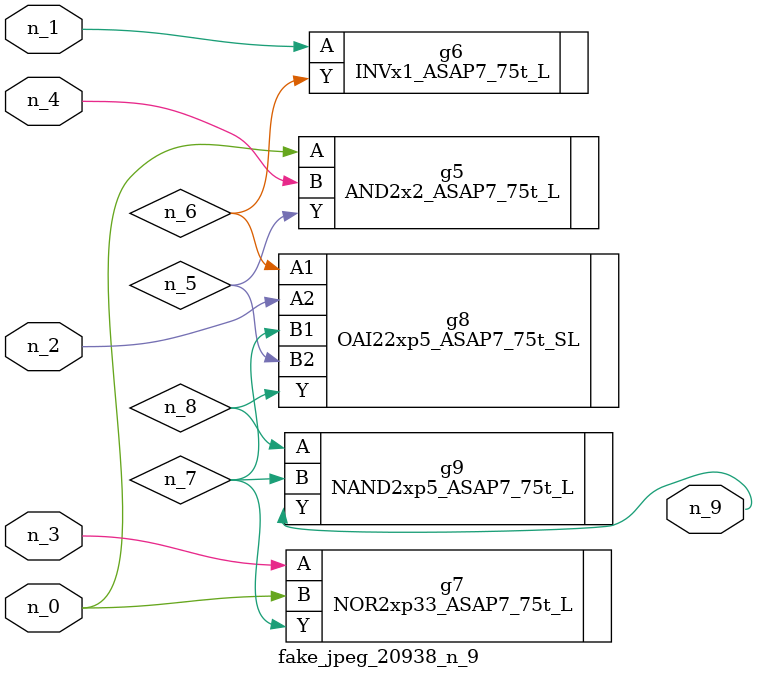
<source format=v>
module fake_jpeg_20938_n_9 (n_3, n_2, n_1, n_0, n_4, n_9);

input n_3;
input n_2;
input n_1;
input n_0;
input n_4;

output n_9;

wire n_8;
wire n_6;
wire n_5;
wire n_7;

AND2x2_ASAP7_75t_L g5 ( 
.A(n_0),
.B(n_4),
.Y(n_5)
);

INVx1_ASAP7_75t_L g6 ( 
.A(n_1),
.Y(n_6)
);

NOR2xp33_ASAP7_75t_L g7 ( 
.A(n_3),
.B(n_0),
.Y(n_7)
);

OAI22xp5_ASAP7_75t_SL g8 ( 
.A1(n_6),
.A2(n_2),
.B1(n_7),
.B2(n_5),
.Y(n_8)
);

NAND2xp5_ASAP7_75t_L g9 ( 
.A(n_8),
.B(n_7),
.Y(n_9)
);


endmodule
</source>
